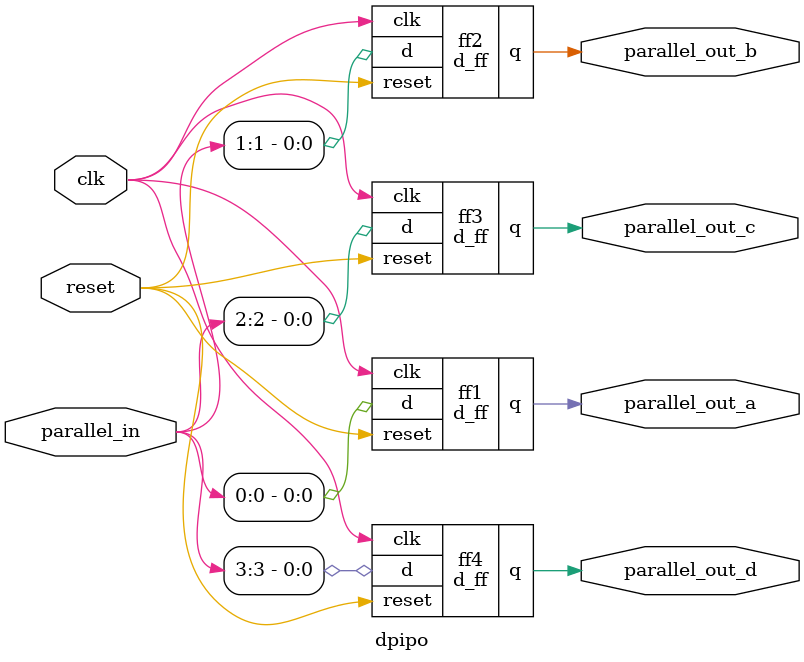
<source format=v>
module d_ff(input clk,reset,d,
       output reg q);
always@(posedge clk or posedge reset) begin
if(reset)
      q <= 1'b0;
    else 
      q <= d;
  end
endmodule


module dpipo(input clk, reset,
            input [3:0]parallel_in,
            output parallel_out_a,parallel_out_b,parallel_out_c,parallel_out_d
    );  
  d_ff ff1(.clk(clk),.reset(reset),.d(parallel_in[0]),.q(parallel_out_a));
  d_ff ff2(.clk(clk),.reset(reset),.d(parallel_in[1]),.q(parallel_out_b));
  d_ff ff3(.clk(clk),.reset(reset),.d(parallel_in[2]),.q(parallel_out_c));
  d_ff ff4(.clk(clk),.reset(reset),.d(parallel_in[3]),.q(parallel_out_d));
  endmodule


</source>
